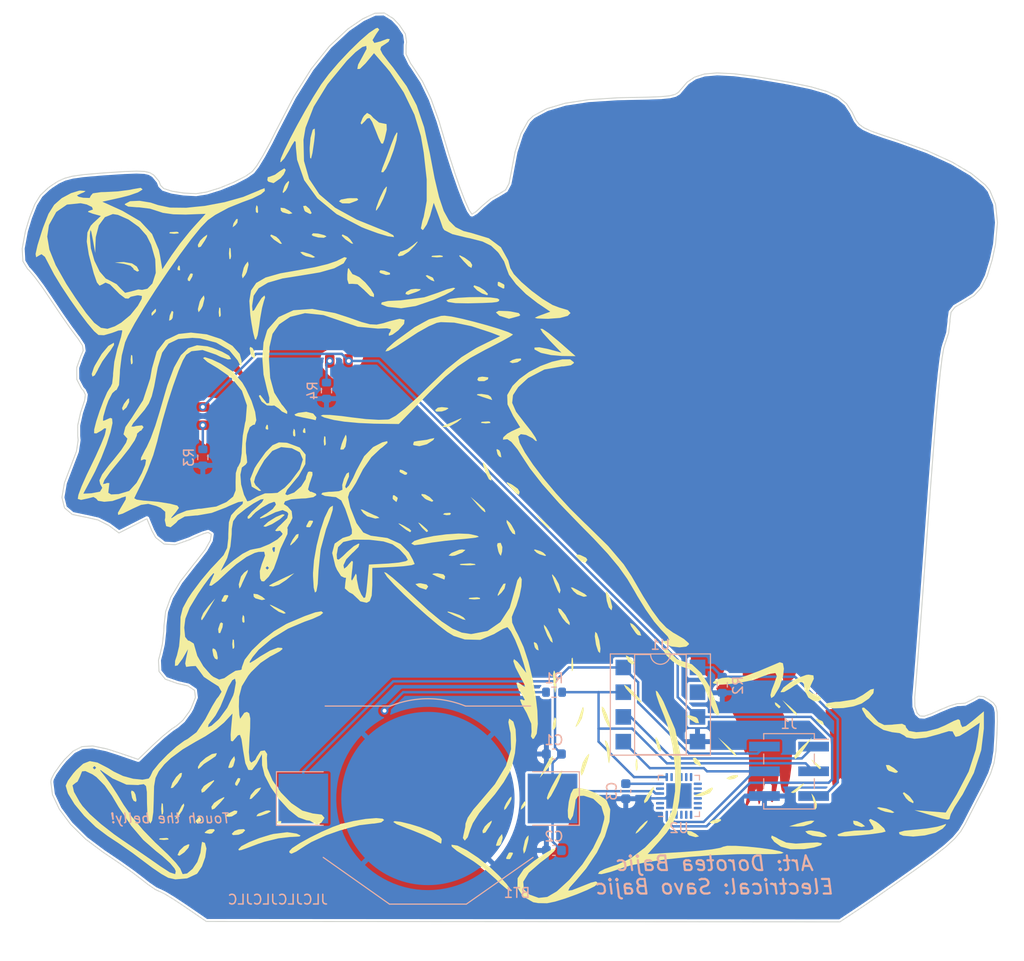
<source format=kicad_pcb>
(kicad_pcb (version 20221018) (generator pcbnew)
  (title_block (date "2022-03-20") (rev "2"))
  (layers (0 "F.Cu" signal) (31 "B.Cu" signal) (34 "B.Paste" user) (35 "F.Paste" user) (36 "B.SilkS" user "B.Silkscreen") (37 "F.SilkS" user "F.Silkscreen") (38 "B.Mask" user) (39 "F.Mask" user) (44 "Edge.Cuts" user))
  (net 0 "")
  (net 1 "VCC")
  (net 2 "GND")
  (net 3 "/V_{REF}")
  (net 4 "Net-(D1-Pad1)")
  (net 5 "/LED")
  (net 6 "Net-(D2-Pad1)")
  (net 7 "/MISO")
  (net 8 "/SENSE")
  (net 9 "/MOSI")
  (net 10 "/RESET")
  (net 11 "/PAD")
  (footprint "Diode_SMD:D_0805_2012Metric" (layer "F.Cu") (at 98.298 79.3265 90)
    (fp_text reference "D1")
    (fp_text value "RED")
  )
  (footprint "raccoon-art:outline" (layer "F.Cu") (at 129.794 81.534)
    (fp_text reference "G***" hide)
    (fp_text value "LOGO" hide)
    (fp_poly (pts (xy -11.928932 -43.048743) (xy -11.306227 -42.383493) (xy -10.693586 -41.465687) (xy -10.570003 -40.632504) (xy -10.620479 -40.324536) (xy -10.626537 -39.398593) (xy -10.15035 -38.431164) (xy -9.981605 -38.197103) (xy -8.939117 -36.605582) (xy -8.052938 -34.771667) (xy -7.244273 -32.517844) (xy -6.806653 -31.04438) (xy -6.242215 -29.132137) (xy -5.650789 -27.290939) (xy -5.075091 -25.637435) (xy -4.55784 -24.288276) (xy -4.141753 -23.360109) (xy -3.869547 -22.969586) (xy -3.847736 -22.964383) (xy -3.463275 -23.193731) (xy -2.861956 -23.751357) (xy -2.809844 -23.80627) (xy -1.92684 -24.546972) (xy -1.053473 -25.048063) (xy -0.407665 -25.443992) (xy -0.052273 -26.0963) (xy 0.126043 -27.009677) (xy 0.56896 -29.357361) (xy 1.175712 -31.231084) (xy 1.914695 -32.54759) (xy 2.415392 -33.040393) (xy 3.830996 -33.795526) (xy 5.707391 -34.350566) (xy 8.109457 -34.718003) (xy 11.102076 -34.910328) (xy 12.273375 -34.938166) (xy 14.195927 -34.974266) (xy 15.543494 -35.026503) (xy 16.436975 -35.113864) (xy 16.99727 -35.255335) (xy 17.345279 -35.469903) (xy 17.600661 -35.774782) (xy 18.236003 -36.513746) (xy 19.011035 -37.038489) (xy 20.010984 -37.354543) (xy 21.321076 -37.467443) (xy 23.026536 -37.382719) (xy 25.212593 -37.105907) (xy 27.964471 -36.642539) (xy 28.748888 -36.498559) (xy 30.971943 -36.034951) (xy 32.613805 -35.553817) (xy 33.788015 -34.997546) (xy 34.608114 -34.308528) (xy 35.187645 -33.429152) (xy 35.309627 -33.169693) (xy 35.584276 -32.605242) (xy 35.909679 -32.179116) (xy 36.410946 -31.820642) (xy 37.213187 -31.459145) (xy 38.441513 -31.023952) (xy 40.018724 -30.509564) (xy 42.929984 -29.45647) (xy 45.424432 -28.31986) (xy 47.423315 -27.143028) (xy 48.847882 -25.969269) (xy 49.321233 -25.395543) (xy 49.911889 -23.97739) (xy 50.107822 -22.089682) (xy 49.905422 -19.838449) (xy 49.564494 -18.25324) (xy 49.052706 -16.576869) (xy 48.473679 -15.415158) (xy 47.705828 -14.589001) (xy 46.627563 -13.919294) (xy 46.619569 -13.915212) (xy 45.744509 -13.401099) (xy 45.341292 -12.882009) (xy 45.232681 -12.102051) (xy 45.230733 -11.910052) (xy 45.089922 -10.746131) (xy 44.751653 -9.699362) (xy 44.729001 -9.654616) (xy 44.583332 -9.155896) (xy 44.419767 -8.167346) (xy 44.235382 -6.658481) (xy 44.027254 -4.598817) (xy 43.792458 -1.957869) (xy 43.528071 1.294847) (xy 43.231168 5.189815) (xy 42.993491 8.438535) (xy 42.745389 11.859064) (xy 42.5079 15.096436) (xy 42.286487 18.078741) (xy 42.086612 20.734065) (xy 41.913738 22.990498) (xy 41.773327 24.776127) (xy 41.670841 26.019042) (xy 41.611742 26.64733) (xy 41.608258 26.674853) (xy 41.624325 27.623603) (xy 41.867145 28.324202) (xy 42.163144 28.602326) (xy 42.58315 28.62914) (xy 43.307881 28.379342) (xy 44.135848 28.006549) (xy 45.181522 27.571548) (xy 45.980612 27.333719) (xy 46.300678 27.32851) (xy 46.777277 27.290955) (xy 47.484693 26.940197) (xy 48.160737 26.570816) (xy 48.689671 26.617314) (xy 49.267748 26.955708) (xy 49.70084 27.274574) (xy 49.959821 27.643266) (xy 50.080104 28.225578) (xy 50.097107 29.185301) (xy 50.050625 30.576406) (xy 49.949304 32.214788) (xy 49.753928 33.440196) (xy 49.395968 34.535078) (xy 48.806896 35.781883) (xy 48.770497 35.852599) (xy 48.040178 37.270825) (xy 47.299682 38.713355) (xy 46.783901 39.721829) (xy 46.329557 40.478139) (xy 45.708305 41.218952) (xy 44.814071 42.042289) (xy 43.540784 43.046169) (xy 41.8545 44.277071) (xy 40.192532 45.458805) (xy 38.548585 46.616125) (xy 37.093773 47.629303) (xy 35.999208 48.378609) (xy 35.843001 48.483324) (xy 33.933947 49.756164) (xy 1.396425 49.735904) (xy -31.141096 49.715644) (xy -33.397951 48.170151) (xy -34.502399 47.439758) (xy -35.397442 46.895557) (xy -35.921662 46.634477) (xy -35.971705 46.624658) (xy -36.400338 46.419898) (xy -37.156273 45.89495) (xy -37.716219 45.45552) (xy -38.707999 44.69674) (xy -40.033181 43.752858) (xy -41.434276 42.806347) (xy -41.683125 42.644306) (xy -43.536619 41.257622) (xy -45.079286 39.73331) (xy -46.237289 38.175441) (xy -46.936795 36.688084) (xy -47.103969 35.37531) (xy -47.051627 35.077394) (xy -46.749106 34.48823) (xy -46.138694 33.625479) (xy -45.692831 33.076709) (xy -44.809268 32.209248) (xy -43.899589 31.751857) (xy -42.803556 31.683852) (xy -41.360929 31.984551) (xy -40.172431 32.364148) (xy -38.13455 33.065281) (xy -36.551522 31.534505) (xy -35.581279 30.652049) (xy -34.689603 29.934303) (xy -34.186753 29.603929) (xy -33.545906 29.050418) (xy -32.8816 28.145256) (xy -32.687387 27.797468) (xy -32.255485 26.697893) (xy -32.347314 25.972873) (xy -33.021549 25.518291) (xy -34.115265 25.263726) (xy -35.350726 24.828836) (xy -35.998619 24.022681) (xy -36.049802 22.860888) (xy -35.881849 22.243694) (xy -35.645002 21.205501) (xy -35.503457 19.894195) (xy -35.48622 19.346024) (xy -35.319915 17.880633) (xy -34.785538 16.406822) (xy -33.819244 14.796293) (xy -32.357185 12.92075) (xy -32.191752 12.725965) (xy -31.253894 11.509324) (xy -30.721748 10.556007) (xy -30.626781 9.942102) (xy -30.957815 9.742466) (xy -31.448492 9.884485) (xy -32.313209 10.245382) (xy -32.828609 10.486845) (xy -34.327342 11.009957) (xy -35.486477 10.939542) (xy -36.344252 10.266459) (xy -36.737432 9.552244) (xy -37.242706 8.342954) (xy -38.674911 9.073611) (xy -40.107116 9.804267) (xy -41.156474 9.028443) (xy -42.272793 8.464439) (xy -43.527728 8.178382) (xy -43.572091 8.17553) (xy -44.902206 7.89804) (xy -45.697351 7.231689) (xy -45.963726 6.154881) (xy -45.707531 4.646017) (xy -45.066602 2.969969) (xy -44.474971 1.416581) (xy -44.297803 0.259091) (xy -44.34133 -0.152542) (xy -44.344429 -1.24878) (xy -44.044792 -2.594183) (xy -43.964839 -2.829276) (xy -43.633838 -3.822965) (xy -43.559558 -4.403112) (xy -43.741272 -4.80269) (xy -43.95794 -5.037783) (xy -44.439194 -5.9718) (xy -44.448448 -7.184662) (xy -44.035553 -8.342045) (xy -43.781525 -8.935907) (xy -43.853794 -9.456079) (xy -44.312545 -10.162434) (xy -44.519033 -10.429717) (xy -45.162813 -11.302119) (xy -46.022098 -12.532857) (xy -46.938263 -13.893502) (xy -47.182794 -14.265753) (xy -48.018712 -15.49436) (xy -48.783941 -16.528032) (xy -49.353608 -17.201299) (xy -49.495205 -17.330004) (xy -49.973021 -18.114688) (xy -50.043927 -19.42618) (xy -49.709367 -21.227807) (xy -49.287729 -22.607703) (xy -48.752078 -23.974312) (xy -48.175452 -24.903606) (xy -47.389959 -25.642491) (xy -47.059777 -25.884173) (xy -46.380846 -26.325466) (xy -45.715318 -26.63527) (xy -44.90246 -26.851088) (xy -43.781537 -27.010418) (xy -42.191815 -27.150764) (xy -41.372081 -27.211176) (xy -39.558524 -27.330651) (xy -38.305132 -27.377274) (xy -37.479227 -27.343275) (xy -36.948133 -27.220887) (xy -36.579175 -27.002341) (xy -36.489545 -26.925299) (xy -35.988341 -26.318207) (xy -35.838356 -25.913517) (xy -35.518738 -25.592385) (xy -34.673152 -25.316164) (xy -33.471504 -25.124663) (xy -32.184931 -25.057495) (xy -31.129742 -25.222667) (xy -29.747656 -25.652009) (xy -28.302054 -26.241134) (xy -27.056319 -26.885657) (xy -26.405622 -27.348013) (xy -25.957431 -27.927541) (xy -25.316327 -28.978293) (xy -24.576716 -30.337687) (xy -24.001123 -31.489041) (xy -22.166817 -35.013706) (xy -20.348746 -37.901843) (xy -18.503011 -40.210212) (xy -16.585717 -41.995572) (xy -15.082805 -43.020577) (xy -13.834828 -43.598791) (xy -12.848576 -43.619151)) (stroke (width 0.1)) (fill none) (layer "Edge.Cuts"))
  )
  (footprint "raccoon-art:copper" (layer "F.Cu") (at 129.794 81.534)
    (fp_text reference "G***" hide)
    (fp_text value "LOGO" hide)
  )
  (footprint "Diode_SMD:D_0805_2012Metric" (layer "F.Cu") (at 112.268 73.66)
    (fp_text reference "D2")
    (fp_text value "RED")
  )
  (footprint "raccoon-art:copper openings" (layer "F.Cu") (at 129.794 81.534)
    (fp_text reference "G***" hide)
    (fp_text value "LOGO" hide)
  )
  (footprint "raccoon-art:silkscreen" (layer "F.Cu") (at 129.794 81.534)
    (fp_text reference "G***" hide)
    (fp_text value "LOGO" hide)
  )
  (footprint "raccoon-art:tummy" (layer "F.Cu") (at 129.794 81.534)
    (fp_text reference "TP1")
    (fp_text value "TUMMY" hide)
  )
  (footprint "Package_DFN_QFN:QFN-24-1EP_4x4mm_P0.5mm_EP2.6x2.6mm" (layer "B.Cu") (at 147.189906 118.353512)
    (fp_text reference "U2")
    (fp_text value "ATtiny1617-M")
  )
  (footprint "Package_DIP:DIP-8_W7.62mm_SMDSocket_SmallPads" (layer "B.Cu") (at 145.288 108.966 180)
    (fp_text reference "U1")
    (fp_text value "ATtiny85-20P")
  )
  (footprint "Resistor_SMD:R_0603_1608Metric" (layer "B.Cu") (at 151.638 106.934 -90)
    (fp_text reference "R2")
    (fp_text value "10k")
  )
  (footprint "Connector_PinHeader_2.54mm:PinHeader_2x03_P2.54mm_Vertical_SMD" (layer "B.Cu") (at 158.496 115.824 180)
    (fp_text reference "J1")
    (fp_text value "AVR-ISP-6")
  )
  (footprint "Resistor_SMD:R_0603_1608Metric" (layer "B.Cu") (at 98.298 83.566 -90)
    (fp_text reference "R3")
    (fp_text value "330")
  )
  (footprint "Capacitor_SMD:C_0603_1608Metric" (layer "B.Cu") (at 134.353 123.952 180)
    (fp_text reference "C2")
    (fp_text value "100n")
  )
  (footprint "Capacitor_SMD:C_0603_1608Metric" (layer "B.Cu") (at 141.732 117.869 -90)
    (fp_text reference "C3")
    (fp_text value "100n")
  )
  (footprint "Resistor_SMD:R_0603_1608Metric" (layer "B.Cu") (at 110.998 76.708 -90)
    (fp_text reference "R4")
    (fp_text value "330")
  )
  (footprint "Resistor_SMD:R_0603_1608Metric" (layer "B.Cu") (at 134.366 107.696 180)
    (fp_text reference "R1")
    (fp_text value "10k")
  )
  (footprint "Capacitor_SMD:C_0603_1608Metric" (layer "B.Cu") (at 134.353 114.046 180)
    (fp_text reference "C1")
    (fp_text value "1u")
  )
  (footprint "Battery:BatteryHolder_Keystone_3002_1x2032" (layer "B.Cu") (at 121.412 118.618 180)
    (fp_text reference "BT1")
    (fp_text value "CR2032")
  )
  (gr_text "Touch the belly!" (at 94.996 120.65) (layer "B.SilkS") (effects (font (size 1 1) (thickness 0.15) italic) (justify mirror)))
  (gr_text "Art: Dorotea Bajic\nElectrical: Savo Bajic" (at 150.876 126.492) (layer "B.SilkS") (effects (font (size 1.5 1.5) (thickness 0.225) italic) (justify mirror)))
  (gr_text "JLCJLCJLCJLC" (at 106 129) (layer "B.SilkS") (effects (font (size 1 1)) (justify mirror)))
  (segment (start 117.85048 106.57952) (end 134.46648 106.57952) (width 0.25) (layer "B.Cu") (net 1))
  (segment (start 143 106.678) (end 141.478 105.156) (width 0.25) (layer "B.Cu") (net 1))
  (segment (start 134.46648 113.38448) (end 134.46648 106.57952) (width 0.25) (layer "B.Cu") (net 1))
  (segment (start 134.212 118.618) (end 134.96148 117.86852) (width 0.25) (layer "B.Cu") (net 1))
  (segment (start 135.128 114.046) (end 134.46648 113.38448) (width 0.25) (layer "B.Cu") (net 1))
  (segment (start 135.89 105.156) (end 141.478 105.156) (width 0.25) (layer "B.Cu") (net 1))
  (segment (start 134.212 114.962) (end 134.212 118.618) (width 0.25) (layer "B.Cu") (net 1))
  (segment (start 144.557586 117.86852) (end 144.792578 118.103512) (width 0.25) (layer "B.Cu") (net 1))
  (segment (start 155.255 114) (end 148.25 114) (width 0.25) (layer "B.Cu") (net 1))
  (segment (start 143 108.75) (end 143 106.678) (width 0.25) (layer "B.Cu") (net 1))
  (segment (start 108.612 118.618) (end 108.612 115.818) (width 0.25) (layer "B.Cu") (net 1))
  (segment (start 148.25 114) (end 143 108.75) (width 0.25) (layer "B.Cu") (net 1))
  (segment (start 108.612 115.818) (end 117.85048 106.57952) (width 0.25) (layer "B.Cu") (net 1))
  (segment (start 134.96148 117.86852) (end 144.557586 117.86852) (width 0.25) (layer "B.Cu") (net 1))
  (segment (start 144.792578 118.103512) (end 145.252406 118.103512) (width 0.25) (layer "B.Cu") (net 1))
  (segment (start 135.128 114.046) (end 134.212 114.962) (width 0.25) (layer "B.Cu") (net 1))
  (segment (start 155.971 113.284) (end 155.255 114) (width 0.25) (layer "B.Cu") (net 1))
  (segment (start 134.46648 106.57952) (end 135.89 105.156) (width 0.25) (layer "B.Cu") (net 1))
  (segment (start 135.128 123.952) (end 134.212 123.036) (width 0.25) (layer "B.Cu") (net 1))
  (segment (start 134.212 123.036) (end 134.212 118.618) (width 0.25) (layer "B.Cu") (net 1))
  (segment (start 141.741512 117.103512) (end 141.732 117.094) (width 0.25) (layer "B.Cu") (net 3))
  (segment (start 145.252406 117.103512) (end 141.741512 117.103512) (width 0.25) (layer "B.Cu") (net 3))
  (via (at 98.298 80.264) (size 0.8) (drill 0.4) (layers "F.Cu" "B.Cu") (net 4))
  (segment (start 98.298 82.741) (end 98.298 80.264) (width 0.25) (layer "B.Cu") (net 4))
  (segment (start 113.2055 73.66) (end 113.284 73.66) (width 0.25) (layer "F.Cu") (net 5))
  (via (at 113.284 73.66) (size 0.8) (drill 0.4) (layers "F.Cu" "B.Cu") (net 5))
  (via (at 98.298 78.389) (size 0.8) (drill 0.4) (layers "F.Cu" "B.Cu") (net 5))
  (segment (start 113.284 73.66) (end 112.559489 72.935489) (width 0.25) (layer "B.Cu") (net 5))
  (segment (start 154.5 117) (end 162.569022 117) (width 0.25) (layer "B.Cu") (net 5))
  (segment (start 160.736 110.236) (end 149.098 110.236) (width 0.25) (layer "B.Cu") (net 5))
  (segment (start 116.332 73.66) (end 147.066 104.394) (width 0.25) (layer "B.Cu") (net 5))
  (segment (start 103.751511 72.935489) (end 98.298 78.389) (width 0.25) (layer "B.Cu") (net 5))
  (segment (start 146.5309 121.477552) (end 150.022448 121.477552) (width 0.25) (layer "B.Cu") (net 5))
  (segment (start 112.559489 72.935489) (end 103.751511 72.935489) (width 0.25) (layer "B.Cu") (net 5))
  (segment (start 147.066 108.204) (end 149.098 110.236) (width 0.25) (layer "B.Cu") (net 5))
  (segment (start 162.920511 112.420511) (end 160.736 110.236) (width 0.25) (layer "B.Cu") (net 5))
  (segment (start 150.022448 121.477552) (end 154.5 117) (width 0.25) (layer "B.Cu") (net 5))
  (segment (start 162.920511 116.648511) (end 162.920511 112.420511) (width 0.25) (layer "B.Cu") (net 5))
  (segment (start 162.569022 117) (end 162.920511 116.648511) (width 0.25) (layer "B.Cu") (net 5))
  (segment (start 147.066 104.394) (end 147.066 108.204) (width 0.25) (layer "B.Cu") (net 5))
  (segment (start 145.939906 120.886558) (end 146.5309 121.477552) (width 0.25) (layer "B.Cu") (net 5))
  (segment (start 145.939906 120.291012) (end 145.939906 120.886558) (width 0.25) (layer "B.Cu") (net 5))
  (segment (start 113.284 73.66) (end 116.332 73.66) (width 0.25) (layer "B.Cu") (net 5))
  (via (at 111.3305 73.66) (size 0.8) (drill 0.4) (layers "F.Cu" "B.Cu") (net 6))
  (segment (start 110.998 75.883) (end 110.998 73.9925) (width 0.25) (layer "B.Cu") (net 6))
  (segment (start 110.998 73.9925) (end 111.3305 73.66) (width 0.25) (layer "B.Cu") (net 6))
  (segment (start 146.5 114.5) (end 159.805 114.5) (width 0.25) (layer "B.Cu") (net 7))
  (segment (start 159.805 114.5) (end 161.021 113.284) (width 0.25) (layer "B.Cu") (net 7))
  (segment (start 141.478 110.236) (end 142.236 110.236) (width 0.25) (layer "B.Cu") (net 7))
  (segment (start 142.236 110.236) (end 146.5 114.5) (width 0.25) (layer "B.Cu") (net 7))
  (segment (start 142.389022 111.438) (end 145.950511 114.999489) (width 0.25) (layer "B.Cu") (net 8))
  (segment (start 135.191 107.696) (end 138.938 107.696) (width 0.25) (layer "B.Cu") (net 8))
  (segment (start 142.578012 116.416012) (end 138.938 112.776) (width 0.25) (layer "B.Cu") (net 8))
  (segment (start 138.938 111.438) (end 138.938 107.696) (width 0.25) (layer "B.Cu") (net 8))
  (segment (start 138.938 107.696) (end 141.478 107.696) (width 0.25) (layer "B.Cu") (net 8))
  (segment (start 145.939906 116.416012) (end 142.578012 116.416012) (width 0.25) (layer "B.Cu") (net 8))
  (segment (start 138.938 111.438) (end 142.389022 111.438) (width 0.25) (layer "B.Cu") (net 8))
  (segment (start 160.196489 114.999489) (end 161.021 115.824) (width 0.25) (layer "B.Cu") (net 8))
  (segment (start 145.950511 114.999489) (end 160.196489 114.999489) (width 0.25) (layer "B.Cu") (net 8))
  (segment (start 138.938 112.776) (end 138.938 111.438) (width 0.25) (layer "B.Cu") (net 8))
  (segment (start 141.478 112.776) (end 144.202 115.5) (width 0.25) (layer "B.Cu") (net 9))
  (segment (start 146.439906 120.75084) (end 146.439906 120.291012) (width 0.25) (layer "B.Cu") (net 9))
  (segment (start 144.202 115.5) (end 149.75 115.5) (width 0.25) (layer "B.Cu") (net 9))
  (segment (start 149.721968 121.028032) (end 146.717098 121.028032) (width 0.25) (layer "B.Cu") (net 9))
  (segment (start 155.971 115.824) (end 154.926 115.824) (width 0.25) (layer "B.Cu") (net 9))
  (segment (start 150.074 115.824) (end 155.971 115.824) (width 0.25) (layer "B.Cu") (net 9))
  (segment (start 149.75 115.5) (end 150.074 115.824) (width 0.25) (layer "B.Cu") (net 9))
  (segment (start 146.717098 121.028032) (end 146.439906 120.75084) (width 0.25) (layer "B.Cu") (net 9))
  (segment (start 154.926 115.824) (end 149.721968 121.028032) (width 0.25) (layer "B.Cu") (net 9))
  (segment (start 150.685 105.156) (end 151.638 106.109) (width 0.25) (layer "B.Cu") (net 10))
  (segment (start 162.096 118.364) (end 163.5 116.96) (width 0.25) (layer "B.Cu") (net 10))
  (segment (start 163.5 116.96) (end 163.5 110.5) (width 0.25) (layer "B.Cu") (net 10))
  (segment (start 159.109 106.109) (end 151.638 106.109) (width 0.25) (layer "B.Cu") (net 10))
  (segment (start 161.021 118.364) (end 162.096 118.364) (width 0.25) (layer "B.Cu") (net 10))
  (segment (start 149.098 105.156) (end 150.685 105.156) (width 0.25) (layer "B.Cu") (net 10))
  (segment (start 163.5 110.5) (end 159.109 106.109) (width 0.25) (layer "B.Cu") (net 10))
  (via (at 116.958157 109.598315) (size 0.8) (drill 0.4) (layers "F.Cu" "B.Cu") (net 11))
  (segment (start 117.094 109.474) (end 118.872 107.696) (width 0.25) (layer "B.Cu") (net 11))
  (segment (start 117.094 109.474) (end 117.082472 109.474) (width 0.25) (layer "B.Cu") (net 11))
  (segment (start 117.082472 109.474) (end 116.958157 109.598315) (width 0.25) (layer "B.Cu") (net 11))
  (segment (start 118.872 107.696) (end 133.541 107.696) (width 0.25) (layer "B.Cu") (net 11))
  (zone (net 2) (net_name "GND") (layer "B.Cu") (connect_pads (clearance 0.254)) (min_thickness 0.127) (fill yes (thermal_gap 0.508) (thermal_bridge_width 0.508))
    (polygon (pts (xy 120.396 38.354) (xy 120.904 42.164) (xy 125.984 55.626) (xy 128.524 53.594) (xy 131.572 46.736) (xy 144.526 44.704) (xy 149.098 42.418) (xy 163.322 44.196) (xy 169.164 49.276) (xy 181.61 55.626) (xy 180.594 66.04) (xy 176.53 69.596) (xy 173.482 107.442) (xy 180.848 106.426) (xy 182.626 114.046) (xy 177.038 124.968) (xy 164.084 132.588) (xy 98.298 132.334) (xy 83.312 121.666) (xy 81.28 120.142) (xy 81.026 117.094) (xy 82.296 113.538) (xy 86.106 111.76) (xy 91.948 112.268) (xy 94.234 108.458) (xy 92.456 106.172) (xy 92.456 101.854) (xy 93.726 96.52) (xy 94.742 93.726) (xy 92.202 92.964) (xy 89.154 92.202) (xy 84.328 91.948) (xy 82.042 90.678) (xy 81.788 85.598) (xy 83.312 79.248) (xy 83.566 72.898) (xy 77.47 64.262) (xy 78.486 57.404) (xy 82.804 53.34) (xy 93.472 52.324) (xy 95.758 54.864) (xy 99.314 54.356) (xy 103.378 51.308) (xy 111.252 38.1) (xy 116.586 36.576)))
  )
)
</source>
